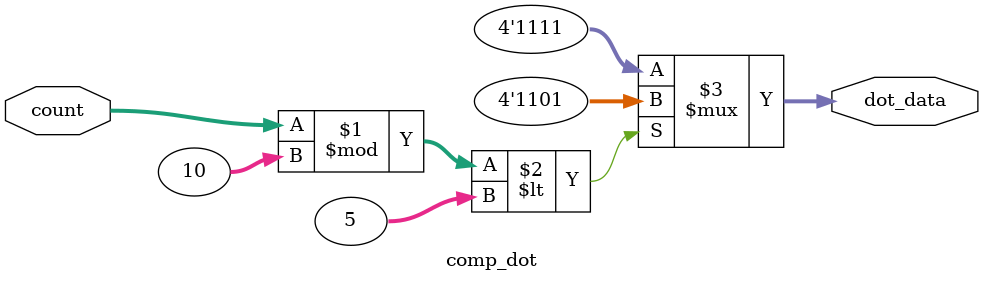
<source format=v>
`timescale 1ns / 1ps

module top_counter_up_down (
    input        clk,
    input        reset,
    input  [2:0] sw,
    output [3:0] fndCom,
    output [7:0] fndFont
);
    wire [13:0] fndData;
    wire [3:0] fndDot;
    wire w_run, w_clear, w_mode;

    counter_up_down U_Counter (
        .clk  (clk),
        .reset(reset),
        .mode (w_mode),
        .run (w_run),
        .clear(w_clear),
        .count(fndData),
        .dot_data(fndDot)
    );

    
    CU U_CU(
        .clk(clk),
        .rst(reset),
        .sw(sw),
        .run(w_run),
        .clear(w_clear),
        .mode(w_mode)
    );

    fndController U_FndController (
        .clk(clk),
        .reset(reset),
        .fndData(fndData),
        .fndDot(fndDot),
        .fndCom(fndCom),
        .fndFont(fndFont)
    );
    

endmodule

module CU(
    input clk,
    input rst,
    input [2:0] sw,
    output run,
    output clear,
    output mode
);
    assign mode=sw[0];
    parameter STOP=2'b00, RUN=2'b01, CLEAR=2'b10;
    reg [1:0] state, next;
    reg run_reg, run_next;
    reg clear_reg, clear_next;

    assign run =run_reg;
    assign clear =clear_reg;
    always @(posedge clk or posedge rst) begin
        if(rst) begin
            state <=0;
            run_reg <=0;
            clear_reg <=0;
        end else begin
            state <=next;
            run_reg <=run_next;
            clear_reg <=clear_next;
        end
    end

    always @(*) begin
        next =state;
        run_next =run_reg;
        clear_next=clear_reg;
        case(state)
            STOP: begin
                run_next=0;
                clear_next=0;
                if(sw[1]) begin
                    next= RUN;
                end else if(sw[2]) begin
                    next= CLEAR;
                end
            end
            RUN: begin
                run_next=1;
                clear_next=0;
                if(!sw[1]) begin
                    next= STOP;
                end else if(sw[2]) begin
                    next= CLEAR;
                end
            end
            CLEAR: begin
                clear_next=1;
                run_next=0;
                if(!sw[2]) begin
                    if(sw[1]) begin
                        next= RUN;
                    end else begin
                        next=STOP;
                    end
                end
            end
        endcase
    end
endmodule


module counter_up_down (
    input         clk,
    input         reset,
    input         mode,
    input         run,
    input         clear,
    output [13:0] count,
    output [3:0] dot_data
);
    wire tick;

    clk_div_10hz U_Clk_Div_10Hz (
        .clk  (clk),
        .reset(reset),
        .run (run),
        .tick (tick)
    );

    counter U_Counter_Up_Down (
        .clk  (clk),
        .reset(reset),
        .tick (tick),
        .mode (mode),
        .clear(clear),
        .count(count)
    );
    
    comp_dot U_COMP_DATA(
        .count(count),
        .dot_data(dot_data)
    );
endmodule


module counter (
    input         clk,
    input         reset,
    input         tick,
    input         mode,
    input         clear,
    output [13:0] count
);
    reg [$clog2(10000)-1:0] counter;

    assign count = counter;

    always @(posedge clk, posedge reset) begin
        if (reset) begin
            counter <= 0;
        end else begin
            if(!clear) begin
                if (mode == 1'b0) begin
                    if (tick) begin
                        if (counter == 9999) begin
                            counter <= 0;
                        end else begin
                            counter <= counter + 1;
                        end
                    end
                end else begin
                    if (tick) begin
                        if (counter == 0) begin
                            counter <= 9999;
                        end else begin
                            counter <= counter - 1;
                        end
                    end
                end
            end
            else begin
                counter <=0;
            end
        end
    end
endmodule

module clk_div_10hz (
    input  wire clk,
    input  wire reset,
    input run,
    output reg  tick
);
    reg [$clog2(10_000_000)-1:0] div_counter;

    always @(posedge clk, posedge reset) begin
        if (reset) begin
            div_counter <= 0;
            tick <= 1'b0;
        end else begin
            if(run) begin
                if (div_counter == 10_000_000 - 1) begin
                    div_counter <= 0;
                    tick <= 1'b1;
                end else begin
                    div_counter <= div_counter + 1;
                    tick <= 1'b0;
                end
            end
        end
    end
endmodule


module comp_dot(
    input [13:0] count,
    output [3:0] dot_data
);
    assign dot_data = (count % 10) < 5 ? 4'b1101:4'b1111;
    
endmodule
</source>
